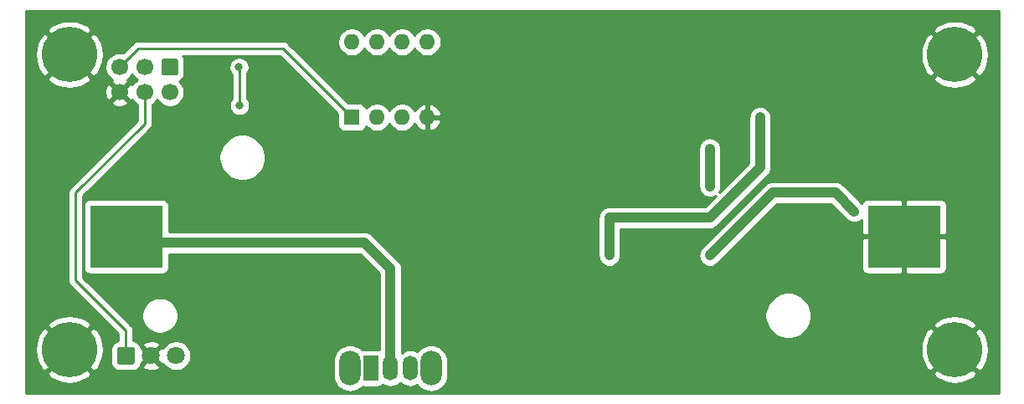
<source format=gbr>
%TF.GenerationSoftware,KiCad,Pcbnew,(5.1.7)-1*%
%TF.CreationDate,2020-11-19T15:51:39+01:00*%
%TF.ProjectId,Notifier,4e6f7469-6669-4657-922e-6b696361645f,rev?*%
%TF.SameCoordinates,Original*%
%TF.FileFunction,Copper,L2,Bot*%
%TF.FilePolarity,Positive*%
%FSLAX46Y46*%
G04 Gerber Fmt 4.6, Leading zero omitted, Abs format (unit mm)*
G04 Created by KiCad (PCBNEW (5.1.7)-1) date 2020-11-19 15:51:39*
%MOMM*%
%LPD*%
G01*
G04 APERTURE LIST*
%TA.AperFunction,ComponentPad*%
%ADD10C,5.600000*%
%TD*%
%TA.AperFunction,SMDPad,CuDef*%
%ADD11R,7.340000X6.350000*%
%TD*%
%TA.AperFunction,ComponentPad*%
%ADD12C,1.800000*%
%TD*%
%TA.AperFunction,ComponentPad*%
%ADD13O,2.200000X3.500000*%
%TD*%
%TA.AperFunction,ComponentPad*%
%ADD14O,1.500000X2.500000*%
%TD*%
%TA.AperFunction,ComponentPad*%
%ADD15R,1.500000X2.500000*%
%TD*%
%TA.AperFunction,ComponentPad*%
%ADD16O,1.600000X1.600000*%
%TD*%
%TA.AperFunction,ComponentPad*%
%ADD17R,1.600000X1.600000*%
%TD*%
%TA.AperFunction,ComponentPad*%
%ADD18C,1.700000*%
%TD*%
%TA.AperFunction,ViaPad*%
%ADD19C,0.800000*%
%TD*%
%TA.AperFunction,Conductor*%
%ADD20C,0.250000*%
%TD*%
%TA.AperFunction,Conductor*%
%ADD21C,1.000000*%
%TD*%
%TA.AperFunction,Conductor*%
%ADD22C,0.254000*%
%TD*%
%TA.AperFunction,Conductor*%
%ADD23C,0.100000*%
%TD*%
G04 APERTURE END LIST*
D10*
%TO.P,H4,1*%
%TO.N,GND*%
X120015000Y-160020000D03*
%TD*%
%TO.P,H3,1*%
%TO.N,GND*%
X120015000Y-130175000D03*
%TD*%
%TO.P,H2,1*%
%TO.N,GND*%
X30480000Y-130175000D03*
%TD*%
%TO.P,H1,1*%
%TO.N,GND*%
X30480000Y-160020000D03*
%TD*%
D11*
%TO.P,J1,2*%
%TO.N,GND*%
X114895000Y-148590000D03*
%TO.P,J1,1*%
%TO.N,Net-(J1-Pad1)*%
X36235000Y-148590000D03*
%TD*%
D12*
%TO.P,U2,3*%
%TO.N,VCC*%
X41275000Y-160655000D03*
%TO.P,U2,2*%
%TO.N,GND*%
X38735000Y-160655000D03*
%TO.P,U2,1*%
%TO.N,/IR_out*%
%TA.AperFunction,ComponentPad*%
G36*
G01*
X35295000Y-161306600D02*
X35295000Y-160003400D01*
G75*
G02*
X35543400Y-159755000I248400J0D01*
G01*
X36846600Y-159755000D01*
G75*
G02*
X37095000Y-160003400I0J-248400D01*
G01*
X37095000Y-161306600D01*
G75*
G02*
X36846600Y-161555000I-248400J0D01*
G01*
X35543400Y-161555000D01*
G75*
G02*
X35295000Y-161306600I0J248400D01*
G01*
G37*
%TD.AperFunction*%
%TD*%
D13*
%TO.P,ON/OFF,*%
%TO.N,*%
X67060000Y-161925000D03*
X58860000Y-161925000D03*
D14*
%TO.P,ON/OFF,3*%
%TO.N,VCC*%
X64960000Y-161925000D03*
%TO.P,ON/OFF,2*%
%TO.N,Net-(J1-Pad1)*%
X62960000Y-161925000D03*
D15*
%TO.P,ON/OFF,1*%
%TO.N,Net-(ON/OFF1-Pad1)*%
X60960000Y-161925000D03*
%TD*%
D16*
%TO.P,U1,8*%
%TO.N,VCC*%
X59055000Y-128905000D03*
%TO.P,U1,4*%
%TO.N,GND*%
X66675000Y-136525000D03*
%TO.P,U1,7*%
%TO.N,/LED_red*%
X61595000Y-128905000D03*
%TO.P,U1,3*%
%TO.N,/LED_blue*%
X64135000Y-136525000D03*
%TO.P,U1,6*%
%TO.N,/IR_out*%
X64135000Y-128905000D03*
%TO.P,U1,2*%
%TO.N,/LED_green*%
X61595000Y-136525000D03*
%TO.P,U1,5*%
%TO.N,/MOSI*%
X66675000Y-128905000D03*
D17*
%TO.P,U1,1*%
%TO.N,/!RST*%
X59055000Y-136525000D03*
%TD*%
%TO.P,J2,1*%
%TO.N,/MOSI*%
%TA.AperFunction,ComponentPad*%
G36*
G01*
X40040000Y-130595000D02*
X41240000Y-130595000D01*
G75*
G02*
X41490000Y-130845000I0J-250000D01*
G01*
X41490000Y-132045000D01*
G75*
G02*
X41240000Y-132295000I-250000J0D01*
G01*
X40040000Y-132295000D01*
G75*
G02*
X39790000Y-132045000I0J250000D01*
G01*
X39790000Y-130845000D01*
G75*
G02*
X40040000Y-130595000I250000J0D01*
G01*
G37*
%TD.AperFunction*%
D18*
%TO.P,J2,3*%
%TO.N,/LED_red*%
X38100000Y-131445000D03*
%TO.P,J2,5*%
%TO.N,/!RST*%
X35560000Y-131445000D03*
%TO.P,J2,2*%
%TO.N,VCC*%
X40640000Y-133985000D03*
%TO.P,J2,4*%
%TO.N,/IR_out*%
X38100000Y-133985000D03*
%TO.P,J2,6*%
%TO.N,GND*%
X35560000Y-133985000D03*
%TD*%
D19*
%TO.N,GND*%
X66675000Y-139700000D03*
X67945000Y-139700000D03*
X67945000Y-140970000D03*
X66675000Y-140970000D03*
X52070000Y-160655000D03*
X53340000Y-160655000D03*
X53340000Y-161925000D03*
X52070000Y-161925000D03*
X79375000Y-153035000D03*
X79375000Y-151765000D03*
X78105000Y-151765000D03*
X78105000Y-153035000D03*
X113030000Y-160020000D03*
X113030000Y-161290000D03*
X114300000Y-161290000D03*
X114300000Y-160020000D03*
X82550000Y-135890000D03*
X83820000Y-135890000D03*
X83820000Y-137160000D03*
X82550000Y-137160000D03*
X33655000Y-135890000D03*
X33655000Y-137160000D03*
X32385000Y-137160000D03*
X32385000Y-135890000D03*
%TO.N,/MOSI*%
X47700000Y-135330000D03*
X47625000Y-131445000D03*
%TO.N,Net-(D1-Pad6)*%
X95250000Y-139700000D03*
X95250000Y-143510000D03*
%TO.N,Net-(D1-Pad5)*%
X85090000Y-146685000D03*
X85090000Y-150495000D03*
X100330000Y-136525000D03*
%TO.N,Net-(D1-Pad4)*%
X109855000Y-146050000D03*
X107950000Y-144145000D03*
X95250000Y-150495000D03*
%TD*%
D20*
%TO.N,VCC*%
X41275000Y-161290000D02*
X41275000Y-160655000D01*
%TO.N,/IR_out*%
X38100000Y-137160000D02*
X31115000Y-144145000D01*
X38100000Y-133985000D02*
X38100000Y-137160000D01*
%TO.N,/!RST*%
X52070000Y-129540000D02*
X59055000Y-136525000D01*
X37465000Y-129540000D02*
X52070000Y-129540000D01*
X35560000Y-131445000D02*
X37465000Y-129540000D01*
%TO.N,/IR_out*%
X36195000Y-160655000D02*
X36195000Y-158115000D01*
X36195000Y-158115000D02*
X31115000Y-153035000D01*
X31115000Y-153035000D02*
X31115000Y-144145000D01*
%TO.N,/MOSI*%
X47700000Y-131520000D02*
X47625000Y-131445000D01*
X47700000Y-135330000D02*
X47700000Y-131520000D01*
D21*
%TO.N,Net-(D1-Pad6)*%
X95250000Y-139700000D02*
X95250000Y-143510000D01*
X95250000Y-143510000D02*
X95250000Y-143510000D01*
%TO.N,Net-(D1-Pad5)*%
X85090000Y-150495000D02*
X85090000Y-146685000D01*
X85090000Y-146685000D02*
X95250000Y-146685000D01*
X95250000Y-146685000D02*
X100330000Y-141605000D01*
X100330000Y-141605000D02*
X100330000Y-136525000D01*
X100330000Y-136525000D02*
X100330000Y-136525000D01*
%TO.N,Net-(D1-Pad4)*%
X107950000Y-144145000D02*
X109855000Y-146050000D01*
X101600000Y-144145000D02*
X107950000Y-144145000D01*
X95250000Y-150495000D02*
X101600000Y-144145000D01*
%TO.N,Net-(J1-Pad1)*%
X36235000Y-149225000D02*
X60325000Y-149225000D01*
X62960000Y-151860000D02*
X62960000Y-161925000D01*
X60325000Y-149225000D02*
X62960000Y-151860000D01*
%TD*%
D22*
%TO.N,GND*%
X124435001Y-164440000D02*
X26060000Y-164440000D01*
X26060000Y-162436481D01*
X28243124Y-162436481D01*
X28555308Y-162885177D01*
X29151259Y-163205612D01*
X29798273Y-163403626D01*
X30471484Y-163471610D01*
X31145023Y-163406949D01*
X31793006Y-163212130D01*
X32390530Y-162894639D01*
X32404692Y-162885177D01*
X32716876Y-162436481D01*
X30480000Y-160199605D01*
X28243124Y-162436481D01*
X26060000Y-162436481D01*
X26060000Y-160011484D01*
X27028390Y-160011484D01*
X27093051Y-160685023D01*
X27287870Y-161333006D01*
X27605361Y-161930530D01*
X27614823Y-161944692D01*
X28063519Y-162256876D01*
X30300395Y-160020000D01*
X30659605Y-160020000D01*
X32896481Y-162256876D01*
X33345177Y-161944692D01*
X33665612Y-161348741D01*
X33863626Y-160701727D01*
X33931610Y-160028516D01*
X33866949Y-159354977D01*
X33672130Y-158706994D01*
X33354639Y-158109470D01*
X33345177Y-158095308D01*
X32896481Y-157783124D01*
X30659605Y-160020000D01*
X30300395Y-160020000D01*
X28063519Y-157783124D01*
X27614823Y-158095308D01*
X27294388Y-158691259D01*
X27096374Y-159338273D01*
X27028390Y-160011484D01*
X26060000Y-160011484D01*
X26060000Y-157603519D01*
X28243124Y-157603519D01*
X30480000Y-159840395D01*
X32716876Y-157603519D01*
X32404692Y-157154823D01*
X31808741Y-156834388D01*
X31161727Y-156636374D01*
X30488516Y-156568390D01*
X29814977Y-156633051D01*
X29166994Y-156827870D01*
X28569470Y-157145361D01*
X28555308Y-157154823D01*
X28243124Y-157603519D01*
X26060000Y-157603519D01*
X26060000Y-144145000D01*
X30351324Y-144145000D01*
X30355001Y-144182332D01*
X30355000Y-152997678D01*
X30351324Y-153035000D01*
X30355000Y-153072322D01*
X30355000Y-153072332D01*
X30365997Y-153183985D01*
X30409454Y-153327246D01*
X30480026Y-153459276D01*
X30519871Y-153507826D01*
X30574999Y-153575001D01*
X30604003Y-153598804D01*
X35435001Y-158429803D01*
X35435001Y-159127604D01*
X35370458Y-159133961D01*
X35204162Y-159184407D01*
X35050903Y-159266325D01*
X34916570Y-159376570D01*
X34806325Y-159510903D01*
X34724407Y-159664162D01*
X34673961Y-159830458D01*
X34656928Y-160003400D01*
X34656928Y-161306600D01*
X34673961Y-161479542D01*
X34724407Y-161645838D01*
X34806325Y-161799097D01*
X34916570Y-161933430D01*
X35050903Y-162043675D01*
X35204162Y-162125593D01*
X35370458Y-162176039D01*
X35543400Y-162193072D01*
X36846600Y-162193072D01*
X37019542Y-162176039D01*
X37185838Y-162125593D01*
X37339097Y-162043675D01*
X37473430Y-161933430D01*
X37583675Y-161799097D01*
X37626444Y-161719080D01*
X37850525Y-161719080D01*
X37934208Y-161973261D01*
X38206775Y-162104158D01*
X38499642Y-162179365D01*
X38801553Y-162195991D01*
X39100907Y-162153397D01*
X39386199Y-162053222D01*
X39535792Y-161973261D01*
X39619475Y-161719080D01*
X38735000Y-160834605D01*
X37850525Y-161719080D01*
X37626444Y-161719080D01*
X37665593Y-161645838D01*
X37709588Y-161500807D01*
X38555395Y-160655000D01*
X38914605Y-160655000D01*
X39799080Y-161539475D01*
X39980049Y-161479895D01*
X40082688Y-161633505D01*
X40296495Y-161847312D01*
X40547905Y-162015299D01*
X40827257Y-162131011D01*
X41123816Y-162190000D01*
X41426184Y-162190000D01*
X41722743Y-162131011D01*
X42002095Y-162015299D01*
X42253505Y-161847312D01*
X42467312Y-161633505D01*
X42635299Y-161382095D01*
X42751011Y-161102743D01*
X42810000Y-160806184D01*
X42810000Y-160503816D01*
X42751011Y-160207257D01*
X42635299Y-159927905D01*
X42467312Y-159676495D01*
X42253505Y-159462688D01*
X42002095Y-159294701D01*
X41722743Y-159178989D01*
X41426184Y-159120000D01*
X41123816Y-159120000D01*
X40827257Y-159178989D01*
X40547905Y-159294701D01*
X40296495Y-159462688D01*
X40082688Y-159676495D01*
X39980049Y-159830105D01*
X39799080Y-159770525D01*
X38914605Y-160655000D01*
X38555395Y-160655000D01*
X37709588Y-159809193D01*
X37665593Y-159664162D01*
X37626445Y-159590920D01*
X37850525Y-159590920D01*
X38735000Y-160475395D01*
X39619475Y-159590920D01*
X39535792Y-159336739D01*
X39263225Y-159205842D01*
X38970358Y-159130635D01*
X38668447Y-159114009D01*
X38369093Y-159156603D01*
X38083801Y-159256778D01*
X37934208Y-159336739D01*
X37850525Y-159590920D01*
X37626445Y-159590920D01*
X37583675Y-159510903D01*
X37473430Y-159376570D01*
X37339097Y-159266325D01*
X37185838Y-159184407D01*
X37019542Y-159133961D01*
X36955000Y-159127604D01*
X36955000Y-158152323D01*
X36958676Y-158115000D01*
X36955000Y-158077677D01*
X36955000Y-158077667D01*
X36944003Y-157966014D01*
X36900546Y-157822753D01*
X36839144Y-157707879D01*
X36829974Y-157690723D01*
X36758799Y-157603997D01*
X36735001Y-157574999D01*
X36706003Y-157551201D01*
X35564563Y-156409761D01*
X37805000Y-156409761D01*
X37805000Y-156770239D01*
X37875325Y-157123791D01*
X38013275Y-157456830D01*
X38213546Y-157756557D01*
X38468443Y-158011454D01*
X38768170Y-158211725D01*
X39101209Y-158349675D01*
X39454761Y-158420000D01*
X39815239Y-158420000D01*
X40168791Y-158349675D01*
X40501830Y-158211725D01*
X40801557Y-158011454D01*
X41056454Y-157756557D01*
X41256725Y-157456830D01*
X41394675Y-157123791D01*
X41465000Y-156770239D01*
X41465000Y-156409761D01*
X41394675Y-156056209D01*
X41256725Y-155723170D01*
X41056454Y-155423443D01*
X40801557Y-155168546D01*
X40501830Y-154968275D01*
X40168791Y-154830325D01*
X39815239Y-154760000D01*
X39454761Y-154760000D01*
X39101209Y-154830325D01*
X38768170Y-154968275D01*
X38468443Y-155168546D01*
X38213546Y-155423443D01*
X38013275Y-155723170D01*
X37875325Y-156056209D01*
X37805000Y-156409761D01*
X35564563Y-156409761D01*
X31875000Y-152720199D01*
X31875000Y-145415000D01*
X31926928Y-145415000D01*
X31926928Y-151765000D01*
X31939188Y-151889482D01*
X31975498Y-152009180D01*
X32034463Y-152119494D01*
X32113815Y-152216185D01*
X32210506Y-152295537D01*
X32320820Y-152354502D01*
X32440518Y-152390812D01*
X32565000Y-152403072D01*
X39905000Y-152403072D01*
X40029482Y-152390812D01*
X40149180Y-152354502D01*
X40259494Y-152295537D01*
X40356185Y-152216185D01*
X40435537Y-152119494D01*
X40494502Y-152009180D01*
X40530812Y-151889482D01*
X40543072Y-151765000D01*
X40543072Y-150360000D01*
X59854869Y-150360000D01*
X61825000Y-152330132D01*
X61825001Y-160048254D01*
X61710000Y-160036928D01*
X60210000Y-160036928D01*
X60097504Y-160048008D01*
X60092766Y-160042234D01*
X59828577Y-159825421D01*
X59527167Y-159664314D01*
X59200118Y-159565105D01*
X58860000Y-159531606D01*
X58519881Y-159565105D01*
X58192832Y-159664314D01*
X57891422Y-159825421D01*
X57627234Y-160042234D01*
X57410421Y-160306423D01*
X57249314Y-160607833D01*
X57150105Y-160934882D01*
X57125000Y-161189776D01*
X57125000Y-162660225D01*
X57150105Y-162915119D01*
X57249315Y-163242168D01*
X57410422Y-163543578D01*
X57627235Y-163807766D01*
X57891423Y-164024579D01*
X58192833Y-164185686D01*
X58519882Y-164284895D01*
X58860000Y-164318394D01*
X59200119Y-164284895D01*
X59527168Y-164185686D01*
X59828578Y-164024579D01*
X60092766Y-163807766D01*
X60097504Y-163801992D01*
X60210000Y-163813072D01*
X61710000Y-163813072D01*
X61834482Y-163800812D01*
X61954180Y-163764502D01*
X62064494Y-163705537D01*
X62161185Y-163626185D01*
X62194115Y-163586060D01*
X62427420Y-163710764D01*
X62688494Y-163789960D01*
X62960000Y-163816701D01*
X63231507Y-163789960D01*
X63492581Y-163710764D01*
X63733188Y-163582157D01*
X63944081Y-163409081D01*
X63960000Y-163389683D01*
X63975920Y-163409081D01*
X64186813Y-163582157D01*
X64427420Y-163710764D01*
X64688494Y-163789960D01*
X64960000Y-163816701D01*
X65231507Y-163789960D01*
X65492581Y-163710764D01*
X65669862Y-163616006D01*
X65827235Y-163807766D01*
X66091423Y-164024579D01*
X66392833Y-164185686D01*
X66719882Y-164284895D01*
X67060000Y-164318394D01*
X67400119Y-164284895D01*
X67727168Y-164185686D01*
X68028578Y-164024579D01*
X68292766Y-163807766D01*
X68509579Y-163543578D01*
X68670686Y-163242168D01*
X68769895Y-162915119D01*
X68795000Y-162660225D01*
X68795000Y-162436481D01*
X117778124Y-162436481D01*
X118090308Y-162885177D01*
X118686259Y-163205612D01*
X119333273Y-163403626D01*
X120006484Y-163471610D01*
X120680023Y-163406949D01*
X121328006Y-163212130D01*
X121925530Y-162894639D01*
X121939692Y-162885177D01*
X122251876Y-162436481D01*
X120015000Y-160199605D01*
X117778124Y-162436481D01*
X68795000Y-162436481D01*
X68795000Y-161189775D01*
X68769895Y-160934881D01*
X68670686Y-160607832D01*
X68509579Y-160306422D01*
X68292766Y-160042234D01*
X68255297Y-160011484D01*
X116563390Y-160011484D01*
X116628051Y-160685023D01*
X116822870Y-161333006D01*
X117140361Y-161930530D01*
X117149823Y-161944692D01*
X117598519Y-162256876D01*
X119835395Y-160020000D01*
X120194605Y-160020000D01*
X122431481Y-162256876D01*
X122880177Y-161944692D01*
X123200612Y-161348741D01*
X123398626Y-160701727D01*
X123466610Y-160028516D01*
X123401949Y-159354977D01*
X123207130Y-158706994D01*
X122889639Y-158109470D01*
X122880177Y-158095308D01*
X122431481Y-157783124D01*
X120194605Y-160020000D01*
X119835395Y-160020000D01*
X117598519Y-157783124D01*
X117149823Y-158095308D01*
X116829388Y-158691259D01*
X116631374Y-159338273D01*
X116563390Y-160011484D01*
X68255297Y-160011484D01*
X68028577Y-159825421D01*
X67727167Y-159664314D01*
X67400118Y-159565105D01*
X67060000Y-159531606D01*
X66719881Y-159565105D01*
X66392832Y-159664314D01*
X66091422Y-159825421D01*
X65827234Y-160042234D01*
X65669861Y-160233995D01*
X65492580Y-160139236D01*
X65231506Y-160060040D01*
X64960000Y-160033299D01*
X64688493Y-160060040D01*
X64427419Y-160139236D01*
X64186812Y-160267843D01*
X64095000Y-160343192D01*
X64095000Y-156357560D01*
X100805000Y-156357560D01*
X100805000Y-156822440D01*
X100895694Y-157278387D01*
X101073595Y-157707879D01*
X101331868Y-158094412D01*
X101660588Y-158423132D01*
X102047121Y-158681405D01*
X102476613Y-158859306D01*
X102932560Y-158950000D01*
X103397440Y-158950000D01*
X103853387Y-158859306D01*
X104282879Y-158681405D01*
X104669412Y-158423132D01*
X104998132Y-158094412D01*
X105256405Y-157707879D01*
X105299632Y-157603519D01*
X117778124Y-157603519D01*
X120015000Y-159840395D01*
X122251876Y-157603519D01*
X121939692Y-157154823D01*
X121343741Y-156834388D01*
X120696727Y-156636374D01*
X120023516Y-156568390D01*
X119349977Y-156633051D01*
X118701994Y-156827870D01*
X118104470Y-157145361D01*
X118090308Y-157154823D01*
X117778124Y-157603519D01*
X105299632Y-157603519D01*
X105434306Y-157278387D01*
X105525000Y-156822440D01*
X105525000Y-156357560D01*
X105434306Y-155901613D01*
X105256405Y-155472121D01*
X104998132Y-155085588D01*
X104669412Y-154756868D01*
X104282879Y-154498595D01*
X103853387Y-154320694D01*
X103397440Y-154230000D01*
X102932560Y-154230000D01*
X102476613Y-154320694D01*
X102047121Y-154498595D01*
X101660588Y-154756868D01*
X101331868Y-155085588D01*
X101073595Y-155472121D01*
X100895694Y-155901613D01*
X100805000Y-156357560D01*
X64095000Y-156357560D01*
X64095000Y-151915752D01*
X64100491Y-151860000D01*
X64091135Y-151765000D01*
X110586928Y-151765000D01*
X110599188Y-151889482D01*
X110635498Y-152009180D01*
X110694463Y-152119494D01*
X110773815Y-152216185D01*
X110870506Y-152295537D01*
X110980820Y-152354502D01*
X111100518Y-152390812D01*
X111225000Y-152403072D01*
X114609250Y-152400000D01*
X114768000Y-152241250D01*
X114768000Y-148717000D01*
X115022000Y-148717000D01*
X115022000Y-152241250D01*
X115180750Y-152400000D01*
X118565000Y-152403072D01*
X118689482Y-152390812D01*
X118809180Y-152354502D01*
X118919494Y-152295537D01*
X119016185Y-152216185D01*
X119095537Y-152119494D01*
X119154502Y-152009180D01*
X119190812Y-151889482D01*
X119203072Y-151765000D01*
X119200000Y-148875750D01*
X119041250Y-148717000D01*
X115022000Y-148717000D01*
X114768000Y-148717000D01*
X110748750Y-148717000D01*
X110590000Y-148875750D01*
X110586928Y-151765000D01*
X64091135Y-151765000D01*
X64078577Y-151637501D01*
X64013676Y-151423553D01*
X63908284Y-151226377D01*
X63766449Y-151053551D01*
X63723141Y-151018009D01*
X61166996Y-148461865D01*
X61131449Y-148418551D01*
X60958623Y-148276716D01*
X60761447Y-148171324D01*
X60547499Y-148106423D01*
X60380752Y-148090000D01*
X60380751Y-148090000D01*
X60325000Y-148084509D01*
X60269249Y-148090000D01*
X40543072Y-148090000D01*
X40543072Y-146685000D01*
X83949509Y-146685000D01*
X83955001Y-146740762D01*
X83955000Y-150550751D01*
X83971423Y-150717498D01*
X84036324Y-150931446D01*
X84141716Y-151128623D01*
X84283551Y-151301449D01*
X84456377Y-151443284D01*
X84653553Y-151548676D01*
X84867501Y-151613577D01*
X85090000Y-151635491D01*
X85312498Y-151613577D01*
X85526446Y-151548676D01*
X85723623Y-151443284D01*
X85896449Y-151301449D01*
X86038284Y-151128623D01*
X86143676Y-150931447D01*
X86208577Y-150717499D01*
X86225000Y-150550752D01*
X86225000Y-150495000D01*
X94109509Y-150495000D01*
X94131423Y-150717498D01*
X94196324Y-150931446D01*
X94301717Y-151128622D01*
X94443552Y-151301448D01*
X94616378Y-151443283D01*
X94813554Y-151548676D01*
X95027502Y-151613577D01*
X95250000Y-151635491D01*
X95472498Y-151613577D01*
X95686446Y-151548676D01*
X95883622Y-151443283D01*
X96013143Y-151336988D01*
X102070132Y-145280000D01*
X107479869Y-145280000D01*
X109091856Y-146891988D01*
X109221377Y-146998284D01*
X109418553Y-147103676D01*
X109632501Y-147168577D01*
X109855000Y-147190491D01*
X110077499Y-147168577D01*
X110291446Y-147103676D01*
X110488622Y-146998284D01*
X110588524Y-146916297D01*
X110590000Y-148304250D01*
X110748750Y-148463000D01*
X114768000Y-148463000D01*
X114768000Y-144938750D01*
X115022000Y-144938750D01*
X115022000Y-148463000D01*
X119041250Y-148463000D01*
X119200000Y-148304250D01*
X119203072Y-145415000D01*
X119190812Y-145290518D01*
X119154502Y-145170820D01*
X119095537Y-145060506D01*
X119016185Y-144963815D01*
X118919494Y-144884463D01*
X118809180Y-144825498D01*
X118689482Y-144789188D01*
X118565000Y-144776928D01*
X115180750Y-144780000D01*
X115022000Y-144938750D01*
X114768000Y-144938750D01*
X114609250Y-144780000D01*
X111225000Y-144776928D01*
X111100518Y-144789188D01*
X110980820Y-144825498D01*
X110870506Y-144884463D01*
X110773815Y-144963815D01*
X110694463Y-145060506D01*
X110635498Y-145170820D01*
X110622803Y-145212671D01*
X108791996Y-143381865D01*
X108756449Y-143338551D01*
X108583623Y-143196716D01*
X108386447Y-143091324D01*
X108172499Y-143026423D01*
X108005752Y-143010000D01*
X108005751Y-143010000D01*
X107950000Y-143004509D01*
X107894249Y-143010000D01*
X101655751Y-143010000D01*
X101599999Y-143004509D01*
X101377500Y-143026423D01*
X101327705Y-143041529D01*
X101163553Y-143091324D01*
X100966377Y-143196716D01*
X100793551Y-143338551D01*
X100758009Y-143381859D01*
X94408012Y-149731857D01*
X94301717Y-149861378D01*
X94196324Y-150058554D01*
X94131423Y-150272502D01*
X94109509Y-150495000D01*
X86225000Y-150495000D01*
X86225000Y-147820000D01*
X95194249Y-147820000D01*
X95250000Y-147825491D01*
X95305751Y-147820000D01*
X95305752Y-147820000D01*
X95472499Y-147803577D01*
X95686447Y-147738676D01*
X95883623Y-147633284D01*
X96056449Y-147491449D01*
X96091996Y-147448135D01*
X101093141Y-142446991D01*
X101136449Y-142411449D01*
X101278284Y-142238623D01*
X101383676Y-142041447D01*
X101448577Y-141827499D01*
X101465000Y-141660752D01*
X101465000Y-141660751D01*
X101470491Y-141605000D01*
X101465000Y-141549249D01*
X101465000Y-136580752D01*
X101470491Y-136525000D01*
X101448577Y-136302501D01*
X101383676Y-136088553D01*
X101278284Y-135891377D01*
X101136449Y-135718551D01*
X100963623Y-135576716D01*
X100766447Y-135471324D01*
X100552499Y-135406423D01*
X100385752Y-135390000D01*
X100330000Y-135384509D01*
X100274249Y-135390000D01*
X100274248Y-135390000D01*
X100107501Y-135406423D01*
X99893553Y-135471324D01*
X99696377Y-135576716D01*
X99523551Y-135718551D01*
X99381716Y-135891377D01*
X99276324Y-136088553D01*
X99211423Y-136302501D01*
X99189509Y-136525000D01*
X99195001Y-136580762D01*
X99195000Y-141134868D01*
X96212107Y-144117761D01*
X96303676Y-143946447D01*
X96368577Y-143732499D01*
X96385000Y-143565752D01*
X96390491Y-143510000D01*
X96385000Y-143454248D01*
X96385000Y-139644248D01*
X96368577Y-139477501D01*
X96303676Y-139263553D01*
X96198284Y-139066377D01*
X96056449Y-138893551D01*
X95883623Y-138751716D01*
X95686446Y-138646324D01*
X95472498Y-138581423D01*
X95250000Y-138559509D01*
X95027501Y-138581423D01*
X94813553Y-138646324D01*
X94616377Y-138751716D01*
X94443551Y-138893551D01*
X94301716Y-139066377D01*
X94196324Y-139263554D01*
X94131423Y-139477502D01*
X94115000Y-139644249D01*
X94115001Y-143454238D01*
X94109509Y-143510000D01*
X94131423Y-143732499D01*
X94196324Y-143946447D01*
X94301716Y-144143623D01*
X94443551Y-144316449D01*
X94616377Y-144458284D01*
X94813553Y-144563676D01*
X95027501Y-144628577D01*
X95194248Y-144645000D01*
X95194249Y-144645000D01*
X95250000Y-144650491D01*
X95472499Y-144628577D01*
X95686447Y-144563676D01*
X95857762Y-144472107D01*
X94779869Y-145550000D01*
X85145752Y-145550000D01*
X85090000Y-145544509D01*
X85034249Y-145550000D01*
X85034248Y-145550000D01*
X84867501Y-145566423D01*
X84653553Y-145631324D01*
X84456377Y-145736716D01*
X84283551Y-145878551D01*
X84141716Y-146051377D01*
X84036324Y-146248553D01*
X83971423Y-146462501D01*
X83949509Y-146685000D01*
X40543072Y-146685000D01*
X40543072Y-145415000D01*
X40530812Y-145290518D01*
X40494502Y-145170820D01*
X40435537Y-145060506D01*
X40356185Y-144963815D01*
X40259494Y-144884463D01*
X40149180Y-144825498D01*
X40029482Y-144789188D01*
X39905000Y-144776928D01*
X32565000Y-144776928D01*
X32440518Y-144789188D01*
X32320820Y-144825498D01*
X32210506Y-144884463D01*
X32113815Y-144963815D01*
X32034463Y-145060506D01*
X31975498Y-145170820D01*
X31939188Y-145290518D01*
X31926928Y-145415000D01*
X31875000Y-145415000D01*
X31875000Y-144459801D01*
X35977241Y-140357560D01*
X45605000Y-140357560D01*
X45605000Y-140822440D01*
X45695694Y-141278387D01*
X45873595Y-141707879D01*
X46131868Y-142094412D01*
X46460588Y-142423132D01*
X46847121Y-142681405D01*
X47276613Y-142859306D01*
X47732560Y-142950000D01*
X48197440Y-142950000D01*
X48653387Y-142859306D01*
X49082879Y-142681405D01*
X49469412Y-142423132D01*
X49798132Y-142094412D01*
X50056405Y-141707879D01*
X50234306Y-141278387D01*
X50325000Y-140822440D01*
X50325000Y-140357560D01*
X50234306Y-139901613D01*
X50056405Y-139472121D01*
X49798132Y-139085588D01*
X49469412Y-138756868D01*
X49082879Y-138498595D01*
X48653387Y-138320694D01*
X48197440Y-138230000D01*
X47732560Y-138230000D01*
X47276613Y-138320694D01*
X46847121Y-138498595D01*
X46460588Y-138756868D01*
X46131868Y-139085588D01*
X45873595Y-139472121D01*
X45695694Y-139901613D01*
X45605000Y-140357560D01*
X35977241Y-140357560D01*
X38611003Y-137723799D01*
X38640001Y-137700001D01*
X38734974Y-137584276D01*
X38805546Y-137452247D01*
X38849003Y-137308986D01*
X38860000Y-137197333D01*
X38860000Y-137197325D01*
X38863676Y-137160000D01*
X38860000Y-137122675D01*
X38860000Y-135263178D01*
X39046632Y-135138475D01*
X39253475Y-134931632D01*
X39370000Y-134757240D01*
X39486525Y-134931632D01*
X39693368Y-135138475D01*
X39936589Y-135300990D01*
X40206842Y-135412932D01*
X40493740Y-135470000D01*
X40786260Y-135470000D01*
X41073158Y-135412932D01*
X41343411Y-135300990D01*
X41586632Y-135138475D01*
X41793475Y-134931632D01*
X41955990Y-134688411D01*
X42067932Y-134418158D01*
X42125000Y-134131260D01*
X42125000Y-133838740D01*
X42067932Y-133551842D01*
X41955990Y-133281589D01*
X41793475Y-133038368D01*
X41606392Y-132851285D01*
X41733386Y-132783405D01*
X41867962Y-132672962D01*
X41978405Y-132538386D01*
X42060472Y-132384850D01*
X42111008Y-132218254D01*
X42128072Y-132045000D01*
X42128072Y-131343061D01*
X46590000Y-131343061D01*
X46590000Y-131546939D01*
X46629774Y-131746898D01*
X46707795Y-131935256D01*
X46821063Y-132104774D01*
X46940001Y-132223712D01*
X46940000Y-134626289D01*
X46896063Y-134670226D01*
X46782795Y-134839744D01*
X46704774Y-135028102D01*
X46665000Y-135228061D01*
X46665000Y-135431939D01*
X46704774Y-135631898D01*
X46782795Y-135820256D01*
X46896063Y-135989774D01*
X47040226Y-136133937D01*
X47209744Y-136247205D01*
X47398102Y-136325226D01*
X47598061Y-136365000D01*
X47801939Y-136365000D01*
X48001898Y-136325226D01*
X48190256Y-136247205D01*
X48359774Y-136133937D01*
X48503937Y-135989774D01*
X48617205Y-135820256D01*
X48695226Y-135631898D01*
X48735000Y-135431939D01*
X48735000Y-135228061D01*
X48695226Y-135028102D01*
X48617205Y-134839744D01*
X48503937Y-134670226D01*
X48460000Y-134626289D01*
X48460000Y-132058285D01*
X48542205Y-131935256D01*
X48620226Y-131746898D01*
X48660000Y-131546939D01*
X48660000Y-131343061D01*
X48620226Y-131143102D01*
X48542205Y-130954744D01*
X48428937Y-130785226D01*
X48284774Y-130641063D01*
X48115256Y-130527795D01*
X47926898Y-130449774D01*
X47726939Y-130410000D01*
X47523061Y-130410000D01*
X47323102Y-130449774D01*
X47134744Y-130527795D01*
X46965226Y-130641063D01*
X46821063Y-130785226D01*
X46707795Y-130954744D01*
X46629774Y-131143102D01*
X46590000Y-131343061D01*
X42128072Y-131343061D01*
X42128072Y-130845000D01*
X42111008Y-130671746D01*
X42060472Y-130505150D01*
X41978405Y-130351614D01*
X41936047Y-130300000D01*
X51755199Y-130300000D01*
X57616928Y-136161730D01*
X57616928Y-137325000D01*
X57629188Y-137449482D01*
X57665498Y-137569180D01*
X57724463Y-137679494D01*
X57803815Y-137776185D01*
X57900506Y-137855537D01*
X58010820Y-137914502D01*
X58130518Y-137950812D01*
X58255000Y-137963072D01*
X59855000Y-137963072D01*
X59979482Y-137950812D01*
X60099180Y-137914502D01*
X60209494Y-137855537D01*
X60306185Y-137776185D01*
X60385537Y-137679494D01*
X60444502Y-137569180D01*
X60480812Y-137449482D01*
X60481643Y-137441039D01*
X60680241Y-137639637D01*
X60915273Y-137796680D01*
X61176426Y-137904853D01*
X61453665Y-137960000D01*
X61736335Y-137960000D01*
X62013574Y-137904853D01*
X62274727Y-137796680D01*
X62509759Y-137639637D01*
X62709637Y-137439759D01*
X62865000Y-137207241D01*
X63020363Y-137439759D01*
X63220241Y-137639637D01*
X63455273Y-137796680D01*
X63716426Y-137904853D01*
X63993665Y-137960000D01*
X64276335Y-137960000D01*
X64553574Y-137904853D01*
X64814727Y-137796680D01*
X65049759Y-137639637D01*
X65249637Y-137439759D01*
X65406680Y-137204727D01*
X65411067Y-137194135D01*
X65522615Y-137380131D01*
X65711586Y-137588519D01*
X65937580Y-137756037D01*
X66191913Y-137876246D01*
X66325961Y-137916904D01*
X66548000Y-137794915D01*
X66548000Y-136652000D01*
X66802000Y-136652000D01*
X66802000Y-137794915D01*
X67024039Y-137916904D01*
X67158087Y-137876246D01*
X67412420Y-137756037D01*
X67638414Y-137588519D01*
X67827385Y-137380131D01*
X67972070Y-137138881D01*
X68066909Y-136874040D01*
X67945624Y-136652000D01*
X66802000Y-136652000D01*
X66548000Y-136652000D01*
X66528000Y-136652000D01*
X66528000Y-136398000D01*
X66548000Y-136398000D01*
X66548000Y-135255085D01*
X66802000Y-135255085D01*
X66802000Y-136398000D01*
X67945624Y-136398000D01*
X68066909Y-136175960D01*
X67972070Y-135911119D01*
X67827385Y-135669869D01*
X67638414Y-135461481D01*
X67412420Y-135293963D01*
X67158087Y-135173754D01*
X67024039Y-135133096D01*
X66802000Y-135255085D01*
X66548000Y-135255085D01*
X66325961Y-135133096D01*
X66191913Y-135173754D01*
X65937580Y-135293963D01*
X65711586Y-135461481D01*
X65522615Y-135669869D01*
X65411067Y-135855865D01*
X65406680Y-135845273D01*
X65249637Y-135610241D01*
X65049759Y-135410363D01*
X64814727Y-135253320D01*
X64553574Y-135145147D01*
X64276335Y-135090000D01*
X63993665Y-135090000D01*
X63716426Y-135145147D01*
X63455273Y-135253320D01*
X63220241Y-135410363D01*
X63020363Y-135610241D01*
X62865000Y-135842759D01*
X62709637Y-135610241D01*
X62509759Y-135410363D01*
X62274727Y-135253320D01*
X62013574Y-135145147D01*
X61736335Y-135090000D01*
X61453665Y-135090000D01*
X61176426Y-135145147D01*
X60915273Y-135253320D01*
X60680241Y-135410363D01*
X60481643Y-135608961D01*
X60480812Y-135600518D01*
X60444502Y-135480820D01*
X60385537Y-135370506D01*
X60306185Y-135273815D01*
X60209494Y-135194463D01*
X60099180Y-135135498D01*
X59979482Y-135099188D01*
X59855000Y-135086928D01*
X58691730Y-135086928D01*
X56196283Y-132591481D01*
X117778124Y-132591481D01*
X118090308Y-133040177D01*
X118686259Y-133360612D01*
X119333273Y-133558626D01*
X120006484Y-133626610D01*
X120680023Y-133561949D01*
X121328006Y-133367130D01*
X121925530Y-133049639D01*
X121939692Y-133040177D01*
X122251876Y-132591481D01*
X120015000Y-130354605D01*
X117778124Y-132591481D01*
X56196283Y-132591481D01*
X52633804Y-129029003D01*
X52610001Y-128999999D01*
X52494276Y-128905026D01*
X52362247Y-128834454D01*
X52218986Y-128790997D01*
X52107333Y-128780000D01*
X52107322Y-128780000D01*
X52070000Y-128776324D01*
X52032678Y-128780000D01*
X37502323Y-128780000D01*
X37465000Y-128776324D01*
X37427677Y-128780000D01*
X37427667Y-128780000D01*
X37316014Y-128790997D01*
X37172753Y-128834454D01*
X37040724Y-128905026D01*
X36924999Y-128999999D01*
X36901201Y-129028997D01*
X35926408Y-130003791D01*
X35706260Y-129960000D01*
X35413740Y-129960000D01*
X35126842Y-130017068D01*
X34856589Y-130129010D01*
X34613368Y-130291525D01*
X34406525Y-130498368D01*
X34244010Y-130741589D01*
X34132068Y-131011842D01*
X34075000Y-131298740D01*
X34075000Y-131591260D01*
X34132068Y-131878158D01*
X34244010Y-132148411D01*
X34406525Y-132391632D01*
X34613368Y-132598475D01*
X34786729Y-132714311D01*
X34711208Y-132956603D01*
X35560000Y-133805395D01*
X36408792Y-132956603D01*
X36333271Y-132714311D01*
X36506632Y-132598475D01*
X36713475Y-132391632D01*
X36830000Y-132217240D01*
X36946525Y-132391632D01*
X37153368Y-132598475D01*
X37327760Y-132715000D01*
X37153368Y-132831525D01*
X36946525Y-133038368D01*
X36830689Y-133211729D01*
X36588397Y-133136208D01*
X35739605Y-133985000D01*
X36588397Y-134833792D01*
X36830689Y-134758271D01*
X36946525Y-134931632D01*
X37153368Y-135138475D01*
X37340000Y-135263179D01*
X37340001Y-136845197D01*
X30603998Y-143581201D01*
X30575000Y-143604999D01*
X30551202Y-143633997D01*
X30551201Y-143633998D01*
X30480026Y-143720724D01*
X30409454Y-143852754D01*
X30365998Y-143996015D01*
X30351324Y-144145000D01*
X26060000Y-144145000D01*
X26060000Y-135013397D01*
X34711208Y-135013397D01*
X34788843Y-135262472D01*
X35052883Y-135388371D01*
X35336411Y-135460339D01*
X35628531Y-135475611D01*
X35918019Y-135433599D01*
X36193747Y-135335919D01*
X36331157Y-135262472D01*
X36408792Y-135013397D01*
X35560000Y-134164605D01*
X34711208Y-135013397D01*
X26060000Y-135013397D01*
X26060000Y-134053531D01*
X34069389Y-134053531D01*
X34111401Y-134343019D01*
X34209081Y-134618747D01*
X34282528Y-134756157D01*
X34531603Y-134833792D01*
X35380395Y-133985000D01*
X34531603Y-133136208D01*
X34282528Y-133213843D01*
X34156629Y-133477883D01*
X34084661Y-133761411D01*
X34069389Y-134053531D01*
X26060000Y-134053531D01*
X26060000Y-132591481D01*
X28243124Y-132591481D01*
X28555308Y-133040177D01*
X29151259Y-133360612D01*
X29798273Y-133558626D01*
X30471484Y-133626610D01*
X31145023Y-133561949D01*
X31793006Y-133367130D01*
X32390530Y-133049639D01*
X32404692Y-133040177D01*
X32716876Y-132591481D01*
X30480000Y-130354605D01*
X28243124Y-132591481D01*
X26060000Y-132591481D01*
X26060000Y-130166484D01*
X27028390Y-130166484D01*
X27093051Y-130840023D01*
X27287870Y-131488006D01*
X27605361Y-132085530D01*
X27614823Y-132099692D01*
X28063519Y-132411876D01*
X30300395Y-130175000D01*
X30659605Y-130175000D01*
X32896481Y-132411876D01*
X33345177Y-132099692D01*
X33665612Y-131503741D01*
X33863626Y-130856727D01*
X33931610Y-130183516D01*
X33866949Y-129509977D01*
X33672130Y-128861994D01*
X33619884Y-128763665D01*
X57620000Y-128763665D01*
X57620000Y-129046335D01*
X57675147Y-129323574D01*
X57783320Y-129584727D01*
X57940363Y-129819759D01*
X58140241Y-130019637D01*
X58375273Y-130176680D01*
X58636426Y-130284853D01*
X58913665Y-130340000D01*
X59196335Y-130340000D01*
X59473574Y-130284853D01*
X59734727Y-130176680D01*
X59969759Y-130019637D01*
X60169637Y-129819759D01*
X60325000Y-129587241D01*
X60480363Y-129819759D01*
X60680241Y-130019637D01*
X60915273Y-130176680D01*
X61176426Y-130284853D01*
X61453665Y-130340000D01*
X61736335Y-130340000D01*
X62013574Y-130284853D01*
X62274727Y-130176680D01*
X62509759Y-130019637D01*
X62709637Y-129819759D01*
X62865000Y-129587241D01*
X63020363Y-129819759D01*
X63220241Y-130019637D01*
X63455273Y-130176680D01*
X63716426Y-130284853D01*
X63993665Y-130340000D01*
X64276335Y-130340000D01*
X64553574Y-130284853D01*
X64814727Y-130176680D01*
X65049759Y-130019637D01*
X65249637Y-129819759D01*
X65405000Y-129587241D01*
X65560363Y-129819759D01*
X65760241Y-130019637D01*
X65995273Y-130176680D01*
X66256426Y-130284853D01*
X66533665Y-130340000D01*
X66816335Y-130340000D01*
X67093574Y-130284853D01*
X67354727Y-130176680D01*
X67369986Y-130166484D01*
X116563390Y-130166484D01*
X116628051Y-130840023D01*
X116822870Y-131488006D01*
X117140361Y-132085530D01*
X117149823Y-132099692D01*
X117598519Y-132411876D01*
X119835395Y-130175000D01*
X120194605Y-130175000D01*
X122431481Y-132411876D01*
X122880177Y-132099692D01*
X123200612Y-131503741D01*
X123398626Y-130856727D01*
X123466610Y-130183516D01*
X123401949Y-129509977D01*
X123207130Y-128861994D01*
X122889639Y-128264470D01*
X122880177Y-128250308D01*
X122431481Y-127938124D01*
X120194605Y-130175000D01*
X119835395Y-130175000D01*
X117598519Y-127938124D01*
X117149823Y-128250308D01*
X116829388Y-128846259D01*
X116631374Y-129493273D01*
X116563390Y-130166484D01*
X67369986Y-130166484D01*
X67589759Y-130019637D01*
X67789637Y-129819759D01*
X67946680Y-129584727D01*
X68054853Y-129323574D01*
X68110000Y-129046335D01*
X68110000Y-128763665D01*
X68054853Y-128486426D01*
X67946680Y-128225273D01*
X67789637Y-127990241D01*
X67589759Y-127790363D01*
X67542101Y-127758519D01*
X117778124Y-127758519D01*
X120015000Y-129995395D01*
X122251876Y-127758519D01*
X121939692Y-127309823D01*
X121343741Y-126989388D01*
X120696727Y-126791374D01*
X120023516Y-126723390D01*
X119349977Y-126788051D01*
X118701994Y-126982870D01*
X118104470Y-127300361D01*
X118090308Y-127309823D01*
X117778124Y-127758519D01*
X67542101Y-127758519D01*
X67354727Y-127633320D01*
X67093574Y-127525147D01*
X66816335Y-127470000D01*
X66533665Y-127470000D01*
X66256426Y-127525147D01*
X65995273Y-127633320D01*
X65760241Y-127790363D01*
X65560363Y-127990241D01*
X65405000Y-128222759D01*
X65249637Y-127990241D01*
X65049759Y-127790363D01*
X64814727Y-127633320D01*
X64553574Y-127525147D01*
X64276335Y-127470000D01*
X63993665Y-127470000D01*
X63716426Y-127525147D01*
X63455273Y-127633320D01*
X63220241Y-127790363D01*
X63020363Y-127990241D01*
X62865000Y-128222759D01*
X62709637Y-127990241D01*
X62509759Y-127790363D01*
X62274727Y-127633320D01*
X62013574Y-127525147D01*
X61736335Y-127470000D01*
X61453665Y-127470000D01*
X61176426Y-127525147D01*
X60915273Y-127633320D01*
X60680241Y-127790363D01*
X60480363Y-127990241D01*
X60325000Y-128222759D01*
X60169637Y-127990241D01*
X59969759Y-127790363D01*
X59734727Y-127633320D01*
X59473574Y-127525147D01*
X59196335Y-127470000D01*
X58913665Y-127470000D01*
X58636426Y-127525147D01*
X58375273Y-127633320D01*
X58140241Y-127790363D01*
X57940363Y-127990241D01*
X57783320Y-128225273D01*
X57675147Y-128486426D01*
X57620000Y-128763665D01*
X33619884Y-128763665D01*
X33354639Y-128264470D01*
X33345177Y-128250308D01*
X32896481Y-127938124D01*
X30659605Y-130175000D01*
X30300395Y-130175000D01*
X28063519Y-127938124D01*
X27614823Y-128250308D01*
X27294388Y-128846259D01*
X27096374Y-129493273D01*
X27028390Y-130166484D01*
X26060000Y-130166484D01*
X26060000Y-127758519D01*
X28243124Y-127758519D01*
X30480000Y-129995395D01*
X32716876Y-127758519D01*
X32404692Y-127309823D01*
X31808741Y-126989388D01*
X31161727Y-126791374D01*
X30488516Y-126723390D01*
X29814977Y-126788051D01*
X29166994Y-126982870D01*
X28569470Y-127300361D01*
X28555308Y-127309823D01*
X28243124Y-127758519D01*
X26060000Y-127758519D01*
X26060000Y-125755000D01*
X124435000Y-125755000D01*
X124435001Y-164440000D01*
%TA.AperFunction,Conductor*%
D23*
G36*
X124435001Y-164440000D02*
G01*
X26060000Y-164440000D01*
X26060000Y-162436481D01*
X28243124Y-162436481D01*
X28555308Y-162885177D01*
X29151259Y-163205612D01*
X29798273Y-163403626D01*
X30471484Y-163471610D01*
X31145023Y-163406949D01*
X31793006Y-163212130D01*
X32390530Y-162894639D01*
X32404692Y-162885177D01*
X32716876Y-162436481D01*
X30480000Y-160199605D01*
X28243124Y-162436481D01*
X26060000Y-162436481D01*
X26060000Y-160011484D01*
X27028390Y-160011484D01*
X27093051Y-160685023D01*
X27287870Y-161333006D01*
X27605361Y-161930530D01*
X27614823Y-161944692D01*
X28063519Y-162256876D01*
X30300395Y-160020000D01*
X30659605Y-160020000D01*
X32896481Y-162256876D01*
X33345177Y-161944692D01*
X33665612Y-161348741D01*
X33863626Y-160701727D01*
X33931610Y-160028516D01*
X33866949Y-159354977D01*
X33672130Y-158706994D01*
X33354639Y-158109470D01*
X33345177Y-158095308D01*
X32896481Y-157783124D01*
X30659605Y-160020000D01*
X30300395Y-160020000D01*
X28063519Y-157783124D01*
X27614823Y-158095308D01*
X27294388Y-158691259D01*
X27096374Y-159338273D01*
X27028390Y-160011484D01*
X26060000Y-160011484D01*
X26060000Y-157603519D01*
X28243124Y-157603519D01*
X30480000Y-159840395D01*
X32716876Y-157603519D01*
X32404692Y-157154823D01*
X31808741Y-156834388D01*
X31161727Y-156636374D01*
X30488516Y-156568390D01*
X29814977Y-156633051D01*
X29166994Y-156827870D01*
X28569470Y-157145361D01*
X28555308Y-157154823D01*
X28243124Y-157603519D01*
X26060000Y-157603519D01*
X26060000Y-144145000D01*
X30351324Y-144145000D01*
X30355001Y-144182332D01*
X30355000Y-152997678D01*
X30351324Y-153035000D01*
X30355000Y-153072322D01*
X30355000Y-153072332D01*
X30365997Y-153183985D01*
X30409454Y-153327246D01*
X30480026Y-153459276D01*
X30519871Y-153507826D01*
X30574999Y-153575001D01*
X30604003Y-153598804D01*
X35435001Y-158429803D01*
X35435001Y-159127604D01*
X35370458Y-159133961D01*
X35204162Y-159184407D01*
X35050903Y-159266325D01*
X34916570Y-159376570D01*
X34806325Y-159510903D01*
X34724407Y-159664162D01*
X34673961Y-159830458D01*
X34656928Y-160003400D01*
X34656928Y-161306600D01*
X34673961Y-161479542D01*
X34724407Y-161645838D01*
X34806325Y-161799097D01*
X34916570Y-161933430D01*
X35050903Y-162043675D01*
X35204162Y-162125593D01*
X35370458Y-162176039D01*
X35543400Y-162193072D01*
X36846600Y-162193072D01*
X37019542Y-162176039D01*
X37185838Y-162125593D01*
X37339097Y-162043675D01*
X37473430Y-161933430D01*
X37583675Y-161799097D01*
X37626444Y-161719080D01*
X37850525Y-161719080D01*
X37934208Y-161973261D01*
X38206775Y-162104158D01*
X38499642Y-162179365D01*
X38801553Y-162195991D01*
X39100907Y-162153397D01*
X39386199Y-162053222D01*
X39535792Y-161973261D01*
X39619475Y-161719080D01*
X38735000Y-160834605D01*
X37850525Y-161719080D01*
X37626444Y-161719080D01*
X37665593Y-161645838D01*
X37709588Y-161500807D01*
X38555395Y-160655000D01*
X38914605Y-160655000D01*
X39799080Y-161539475D01*
X39980049Y-161479895D01*
X40082688Y-161633505D01*
X40296495Y-161847312D01*
X40547905Y-162015299D01*
X40827257Y-162131011D01*
X41123816Y-162190000D01*
X41426184Y-162190000D01*
X41722743Y-162131011D01*
X42002095Y-162015299D01*
X42253505Y-161847312D01*
X42467312Y-161633505D01*
X42635299Y-161382095D01*
X42751011Y-161102743D01*
X42810000Y-160806184D01*
X42810000Y-160503816D01*
X42751011Y-160207257D01*
X42635299Y-159927905D01*
X42467312Y-159676495D01*
X42253505Y-159462688D01*
X42002095Y-159294701D01*
X41722743Y-159178989D01*
X41426184Y-159120000D01*
X41123816Y-159120000D01*
X40827257Y-159178989D01*
X40547905Y-159294701D01*
X40296495Y-159462688D01*
X40082688Y-159676495D01*
X39980049Y-159830105D01*
X39799080Y-159770525D01*
X38914605Y-160655000D01*
X38555395Y-160655000D01*
X37709588Y-159809193D01*
X37665593Y-159664162D01*
X37626445Y-159590920D01*
X37850525Y-159590920D01*
X38735000Y-160475395D01*
X39619475Y-159590920D01*
X39535792Y-159336739D01*
X39263225Y-159205842D01*
X38970358Y-159130635D01*
X38668447Y-159114009D01*
X38369093Y-159156603D01*
X38083801Y-159256778D01*
X37934208Y-159336739D01*
X37850525Y-159590920D01*
X37626445Y-159590920D01*
X37583675Y-159510903D01*
X37473430Y-159376570D01*
X37339097Y-159266325D01*
X37185838Y-159184407D01*
X37019542Y-159133961D01*
X36955000Y-159127604D01*
X36955000Y-158152323D01*
X36958676Y-158115000D01*
X36955000Y-158077677D01*
X36955000Y-158077667D01*
X36944003Y-157966014D01*
X36900546Y-157822753D01*
X36839144Y-157707879D01*
X36829974Y-157690723D01*
X36758799Y-157603997D01*
X36735001Y-157574999D01*
X36706003Y-157551201D01*
X35564563Y-156409761D01*
X37805000Y-156409761D01*
X37805000Y-156770239D01*
X37875325Y-157123791D01*
X38013275Y-157456830D01*
X38213546Y-157756557D01*
X38468443Y-158011454D01*
X38768170Y-158211725D01*
X39101209Y-158349675D01*
X39454761Y-158420000D01*
X39815239Y-158420000D01*
X40168791Y-158349675D01*
X40501830Y-158211725D01*
X40801557Y-158011454D01*
X41056454Y-157756557D01*
X41256725Y-157456830D01*
X41394675Y-157123791D01*
X41465000Y-156770239D01*
X41465000Y-156409761D01*
X41394675Y-156056209D01*
X41256725Y-155723170D01*
X41056454Y-155423443D01*
X40801557Y-155168546D01*
X40501830Y-154968275D01*
X40168791Y-154830325D01*
X39815239Y-154760000D01*
X39454761Y-154760000D01*
X39101209Y-154830325D01*
X38768170Y-154968275D01*
X38468443Y-155168546D01*
X38213546Y-155423443D01*
X38013275Y-155723170D01*
X37875325Y-156056209D01*
X37805000Y-156409761D01*
X35564563Y-156409761D01*
X31875000Y-152720199D01*
X31875000Y-145415000D01*
X31926928Y-145415000D01*
X31926928Y-151765000D01*
X31939188Y-151889482D01*
X31975498Y-152009180D01*
X32034463Y-152119494D01*
X32113815Y-152216185D01*
X32210506Y-152295537D01*
X32320820Y-152354502D01*
X32440518Y-152390812D01*
X32565000Y-152403072D01*
X39905000Y-152403072D01*
X40029482Y-152390812D01*
X40149180Y-152354502D01*
X40259494Y-152295537D01*
X40356185Y-152216185D01*
X40435537Y-152119494D01*
X40494502Y-152009180D01*
X40530812Y-151889482D01*
X40543072Y-151765000D01*
X40543072Y-150360000D01*
X59854869Y-150360000D01*
X61825000Y-152330132D01*
X61825001Y-160048254D01*
X61710000Y-160036928D01*
X60210000Y-160036928D01*
X60097504Y-160048008D01*
X60092766Y-160042234D01*
X59828577Y-159825421D01*
X59527167Y-159664314D01*
X59200118Y-159565105D01*
X58860000Y-159531606D01*
X58519881Y-159565105D01*
X58192832Y-159664314D01*
X57891422Y-159825421D01*
X57627234Y-160042234D01*
X57410421Y-160306423D01*
X57249314Y-160607833D01*
X57150105Y-160934882D01*
X57125000Y-161189776D01*
X57125000Y-162660225D01*
X57150105Y-162915119D01*
X57249315Y-163242168D01*
X57410422Y-163543578D01*
X57627235Y-163807766D01*
X57891423Y-164024579D01*
X58192833Y-164185686D01*
X58519882Y-164284895D01*
X58860000Y-164318394D01*
X59200119Y-164284895D01*
X59527168Y-164185686D01*
X59828578Y-164024579D01*
X60092766Y-163807766D01*
X60097504Y-163801992D01*
X60210000Y-163813072D01*
X61710000Y-163813072D01*
X61834482Y-163800812D01*
X61954180Y-163764502D01*
X62064494Y-163705537D01*
X62161185Y-163626185D01*
X62194115Y-163586060D01*
X62427420Y-163710764D01*
X62688494Y-163789960D01*
X62960000Y-163816701D01*
X63231507Y-163789960D01*
X63492581Y-163710764D01*
X63733188Y-163582157D01*
X63944081Y-163409081D01*
X63960000Y-163389683D01*
X63975920Y-163409081D01*
X64186813Y-163582157D01*
X64427420Y-163710764D01*
X64688494Y-163789960D01*
X64960000Y-163816701D01*
X65231507Y-163789960D01*
X65492581Y-163710764D01*
X65669862Y-163616006D01*
X65827235Y-163807766D01*
X66091423Y-164024579D01*
X66392833Y-164185686D01*
X66719882Y-164284895D01*
X67060000Y-164318394D01*
X67400119Y-164284895D01*
X67727168Y-164185686D01*
X68028578Y-164024579D01*
X68292766Y-163807766D01*
X68509579Y-163543578D01*
X68670686Y-163242168D01*
X68769895Y-162915119D01*
X68795000Y-162660225D01*
X68795000Y-162436481D01*
X117778124Y-162436481D01*
X118090308Y-162885177D01*
X118686259Y-163205612D01*
X119333273Y-163403626D01*
X120006484Y-163471610D01*
X120680023Y-163406949D01*
X121328006Y-163212130D01*
X121925530Y-162894639D01*
X121939692Y-162885177D01*
X122251876Y-162436481D01*
X120015000Y-160199605D01*
X117778124Y-162436481D01*
X68795000Y-162436481D01*
X68795000Y-161189775D01*
X68769895Y-160934881D01*
X68670686Y-160607832D01*
X68509579Y-160306422D01*
X68292766Y-160042234D01*
X68255297Y-160011484D01*
X116563390Y-160011484D01*
X116628051Y-160685023D01*
X116822870Y-161333006D01*
X117140361Y-161930530D01*
X117149823Y-161944692D01*
X117598519Y-162256876D01*
X119835395Y-160020000D01*
X120194605Y-160020000D01*
X122431481Y-162256876D01*
X122880177Y-161944692D01*
X123200612Y-161348741D01*
X123398626Y-160701727D01*
X123466610Y-160028516D01*
X123401949Y-159354977D01*
X123207130Y-158706994D01*
X122889639Y-158109470D01*
X122880177Y-158095308D01*
X122431481Y-157783124D01*
X120194605Y-160020000D01*
X119835395Y-160020000D01*
X117598519Y-157783124D01*
X117149823Y-158095308D01*
X116829388Y-158691259D01*
X116631374Y-159338273D01*
X116563390Y-160011484D01*
X68255297Y-160011484D01*
X68028577Y-159825421D01*
X67727167Y-159664314D01*
X67400118Y-159565105D01*
X67060000Y-159531606D01*
X66719881Y-159565105D01*
X66392832Y-159664314D01*
X66091422Y-159825421D01*
X65827234Y-160042234D01*
X65669861Y-160233995D01*
X65492580Y-160139236D01*
X65231506Y-160060040D01*
X64960000Y-160033299D01*
X64688493Y-160060040D01*
X64427419Y-160139236D01*
X64186812Y-160267843D01*
X64095000Y-160343192D01*
X64095000Y-156357560D01*
X100805000Y-156357560D01*
X100805000Y-156822440D01*
X100895694Y-157278387D01*
X101073595Y-157707879D01*
X101331868Y-158094412D01*
X101660588Y-158423132D01*
X102047121Y-158681405D01*
X102476613Y-158859306D01*
X102932560Y-158950000D01*
X103397440Y-158950000D01*
X103853387Y-158859306D01*
X104282879Y-158681405D01*
X104669412Y-158423132D01*
X104998132Y-158094412D01*
X105256405Y-157707879D01*
X105299632Y-157603519D01*
X117778124Y-157603519D01*
X120015000Y-159840395D01*
X122251876Y-157603519D01*
X121939692Y-157154823D01*
X121343741Y-156834388D01*
X120696727Y-156636374D01*
X120023516Y-156568390D01*
X119349977Y-156633051D01*
X118701994Y-156827870D01*
X118104470Y-157145361D01*
X118090308Y-157154823D01*
X117778124Y-157603519D01*
X105299632Y-157603519D01*
X105434306Y-157278387D01*
X105525000Y-156822440D01*
X105525000Y-156357560D01*
X105434306Y-155901613D01*
X105256405Y-155472121D01*
X104998132Y-155085588D01*
X104669412Y-154756868D01*
X104282879Y-154498595D01*
X103853387Y-154320694D01*
X103397440Y-154230000D01*
X102932560Y-154230000D01*
X102476613Y-154320694D01*
X102047121Y-154498595D01*
X101660588Y-154756868D01*
X101331868Y-155085588D01*
X101073595Y-155472121D01*
X100895694Y-155901613D01*
X100805000Y-156357560D01*
X64095000Y-156357560D01*
X64095000Y-151915752D01*
X64100491Y-151860000D01*
X64091135Y-151765000D01*
X110586928Y-151765000D01*
X110599188Y-151889482D01*
X110635498Y-152009180D01*
X110694463Y-152119494D01*
X110773815Y-152216185D01*
X110870506Y-152295537D01*
X110980820Y-152354502D01*
X111100518Y-152390812D01*
X111225000Y-152403072D01*
X114609250Y-152400000D01*
X114768000Y-152241250D01*
X114768000Y-148717000D01*
X115022000Y-148717000D01*
X115022000Y-152241250D01*
X115180750Y-152400000D01*
X118565000Y-152403072D01*
X118689482Y-152390812D01*
X118809180Y-152354502D01*
X118919494Y-152295537D01*
X119016185Y-152216185D01*
X119095537Y-152119494D01*
X119154502Y-152009180D01*
X119190812Y-151889482D01*
X119203072Y-151765000D01*
X119200000Y-148875750D01*
X119041250Y-148717000D01*
X115022000Y-148717000D01*
X114768000Y-148717000D01*
X110748750Y-148717000D01*
X110590000Y-148875750D01*
X110586928Y-151765000D01*
X64091135Y-151765000D01*
X64078577Y-151637501D01*
X64013676Y-151423553D01*
X63908284Y-151226377D01*
X63766449Y-151053551D01*
X63723141Y-151018009D01*
X61166996Y-148461865D01*
X61131449Y-148418551D01*
X60958623Y-148276716D01*
X60761447Y-148171324D01*
X60547499Y-148106423D01*
X60380752Y-148090000D01*
X60380751Y-148090000D01*
X60325000Y-148084509D01*
X60269249Y-148090000D01*
X40543072Y-148090000D01*
X40543072Y-146685000D01*
X83949509Y-146685000D01*
X83955001Y-146740762D01*
X83955000Y-150550751D01*
X83971423Y-150717498D01*
X84036324Y-150931446D01*
X84141716Y-151128623D01*
X84283551Y-151301449D01*
X84456377Y-151443284D01*
X84653553Y-151548676D01*
X84867501Y-151613577D01*
X85090000Y-151635491D01*
X85312498Y-151613577D01*
X85526446Y-151548676D01*
X85723623Y-151443284D01*
X85896449Y-151301449D01*
X86038284Y-151128623D01*
X86143676Y-150931447D01*
X86208577Y-150717499D01*
X86225000Y-150550752D01*
X86225000Y-150495000D01*
X94109509Y-150495000D01*
X94131423Y-150717498D01*
X94196324Y-150931446D01*
X94301717Y-151128622D01*
X94443552Y-151301448D01*
X94616378Y-151443283D01*
X94813554Y-151548676D01*
X95027502Y-151613577D01*
X95250000Y-151635491D01*
X95472498Y-151613577D01*
X95686446Y-151548676D01*
X95883622Y-151443283D01*
X96013143Y-151336988D01*
X102070132Y-145280000D01*
X107479869Y-145280000D01*
X109091856Y-146891988D01*
X109221377Y-146998284D01*
X109418553Y-147103676D01*
X109632501Y-147168577D01*
X109855000Y-147190491D01*
X110077499Y-147168577D01*
X110291446Y-147103676D01*
X110488622Y-146998284D01*
X110588524Y-146916297D01*
X110590000Y-148304250D01*
X110748750Y-148463000D01*
X114768000Y-148463000D01*
X114768000Y-144938750D01*
X115022000Y-144938750D01*
X115022000Y-148463000D01*
X119041250Y-148463000D01*
X119200000Y-148304250D01*
X119203072Y-145415000D01*
X119190812Y-145290518D01*
X119154502Y-145170820D01*
X119095537Y-145060506D01*
X119016185Y-144963815D01*
X118919494Y-144884463D01*
X118809180Y-144825498D01*
X118689482Y-144789188D01*
X118565000Y-144776928D01*
X115180750Y-144780000D01*
X115022000Y-144938750D01*
X114768000Y-144938750D01*
X114609250Y-144780000D01*
X111225000Y-144776928D01*
X111100518Y-144789188D01*
X110980820Y-144825498D01*
X110870506Y-144884463D01*
X110773815Y-144963815D01*
X110694463Y-145060506D01*
X110635498Y-145170820D01*
X110622803Y-145212671D01*
X108791996Y-143381865D01*
X108756449Y-143338551D01*
X108583623Y-143196716D01*
X108386447Y-143091324D01*
X108172499Y-143026423D01*
X108005752Y-143010000D01*
X108005751Y-143010000D01*
X107950000Y-143004509D01*
X107894249Y-143010000D01*
X101655751Y-143010000D01*
X101599999Y-143004509D01*
X101377500Y-143026423D01*
X101327705Y-143041529D01*
X101163553Y-143091324D01*
X100966377Y-143196716D01*
X100793551Y-143338551D01*
X100758009Y-143381859D01*
X94408012Y-149731857D01*
X94301717Y-149861378D01*
X94196324Y-150058554D01*
X94131423Y-150272502D01*
X94109509Y-150495000D01*
X86225000Y-150495000D01*
X86225000Y-147820000D01*
X95194249Y-147820000D01*
X95250000Y-147825491D01*
X95305751Y-147820000D01*
X95305752Y-147820000D01*
X95472499Y-147803577D01*
X95686447Y-147738676D01*
X95883623Y-147633284D01*
X96056449Y-147491449D01*
X96091996Y-147448135D01*
X101093141Y-142446991D01*
X101136449Y-142411449D01*
X101278284Y-142238623D01*
X101383676Y-142041447D01*
X101448577Y-141827499D01*
X101465000Y-141660752D01*
X101465000Y-141660751D01*
X101470491Y-141605000D01*
X101465000Y-141549249D01*
X101465000Y-136580752D01*
X101470491Y-136525000D01*
X101448577Y-136302501D01*
X101383676Y-136088553D01*
X101278284Y-135891377D01*
X101136449Y-135718551D01*
X100963623Y-135576716D01*
X100766447Y-135471324D01*
X100552499Y-135406423D01*
X100385752Y-135390000D01*
X100330000Y-135384509D01*
X100274249Y-135390000D01*
X100274248Y-135390000D01*
X100107501Y-135406423D01*
X99893553Y-135471324D01*
X99696377Y-135576716D01*
X99523551Y-135718551D01*
X99381716Y-135891377D01*
X99276324Y-136088553D01*
X99211423Y-136302501D01*
X99189509Y-136525000D01*
X99195001Y-136580762D01*
X99195000Y-141134868D01*
X96212107Y-144117761D01*
X96303676Y-143946447D01*
X96368577Y-143732499D01*
X96385000Y-143565752D01*
X96390491Y-143510000D01*
X96385000Y-143454248D01*
X96385000Y-139644248D01*
X96368577Y-139477501D01*
X96303676Y-139263553D01*
X96198284Y-139066377D01*
X96056449Y-138893551D01*
X95883623Y-138751716D01*
X95686446Y-138646324D01*
X95472498Y-138581423D01*
X95250000Y-138559509D01*
X95027501Y-138581423D01*
X94813553Y-138646324D01*
X94616377Y-138751716D01*
X94443551Y-138893551D01*
X94301716Y-139066377D01*
X94196324Y-139263554D01*
X94131423Y-139477502D01*
X94115000Y-139644249D01*
X94115001Y-143454238D01*
X94109509Y-143510000D01*
X94131423Y-143732499D01*
X94196324Y-143946447D01*
X94301716Y-144143623D01*
X94443551Y-144316449D01*
X94616377Y-144458284D01*
X94813553Y-144563676D01*
X95027501Y-144628577D01*
X95194248Y-144645000D01*
X95194249Y-144645000D01*
X95250000Y-144650491D01*
X95472499Y-144628577D01*
X95686447Y-144563676D01*
X95857762Y-144472107D01*
X94779869Y-145550000D01*
X85145752Y-145550000D01*
X85090000Y-145544509D01*
X85034249Y-145550000D01*
X85034248Y-145550000D01*
X84867501Y-145566423D01*
X84653553Y-145631324D01*
X84456377Y-145736716D01*
X84283551Y-145878551D01*
X84141716Y-146051377D01*
X84036324Y-146248553D01*
X83971423Y-146462501D01*
X83949509Y-146685000D01*
X40543072Y-146685000D01*
X40543072Y-145415000D01*
X40530812Y-145290518D01*
X40494502Y-145170820D01*
X40435537Y-145060506D01*
X40356185Y-144963815D01*
X40259494Y-144884463D01*
X40149180Y-144825498D01*
X40029482Y-144789188D01*
X39905000Y-144776928D01*
X32565000Y-144776928D01*
X32440518Y-144789188D01*
X32320820Y-144825498D01*
X32210506Y-144884463D01*
X32113815Y-144963815D01*
X32034463Y-145060506D01*
X31975498Y-145170820D01*
X31939188Y-145290518D01*
X31926928Y-145415000D01*
X31875000Y-145415000D01*
X31875000Y-144459801D01*
X35977241Y-140357560D01*
X45605000Y-140357560D01*
X45605000Y-140822440D01*
X45695694Y-141278387D01*
X45873595Y-141707879D01*
X46131868Y-142094412D01*
X46460588Y-142423132D01*
X46847121Y-142681405D01*
X47276613Y-142859306D01*
X47732560Y-142950000D01*
X48197440Y-142950000D01*
X48653387Y-142859306D01*
X49082879Y-142681405D01*
X49469412Y-142423132D01*
X49798132Y-142094412D01*
X50056405Y-141707879D01*
X50234306Y-141278387D01*
X50325000Y-140822440D01*
X50325000Y-140357560D01*
X50234306Y-139901613D01*
X50056405Y-139472121D01*
X49798132Y-139085588D01*
X49469412Y-138756868D01*
X49082879Y-138498595D01*
X48653387Y-138320694D01*
X48197440Y-138230000D01*
X47732560Y-138230000D01*
X47276613Y-138320694D01*
X46847121Y-138498595D01*
X46460588Y-138756868D01*
X46131868Y-139085588D01*
X45873595Y-139472121D01*
X45695694Y-139901613D01*
X45605000Y-140357560D01*
X35977241Y-140357560D01*
X38611003Y-137723799D01*
X38640001Y-137700001D01*
X38734974Y-137584276D01*
X38805546Y-137452247D01*
X38849003Y-137308986D01*
X38860000Y-137197333D01*
X38860000Y-137197325D01*
X38863676Y-137160000D01*
X38860000Y-137122675D01*
X38860000Y-135263178D01*
X39046632Y-135138475D01*
X39253475Y-134931632D01*
X39370000Y-134757240D01*
X39486525Y-134931632D01*
X39693368Y-135138475D01*
X39936589Y-135300990D01*
X40206842Y-135412932D01*
X40493740Y-135470000D01*
X40786260Y-135470000D01*
X41073158Y-135412932D01*
X41343411Y-135300990D01*
X41586632Y-135138475D01*
X41793475Y-134931632D01*
X41955990Y-134688411D01*
X42067932Y-134418158D01*
X42125000Y-134131260D01*
X42125000Y-133838740D01*
X42067932Y-133551842D01*
X41955990Y-133281589D01*
X41793475Y-133038368D01*
X41606392Y-132851285D01*
X41733386Y-132783405D01*
X41867962Y-132672962D01*
X41978405Y-132538386D01*
X42060472Y-132384850D01*
X42111008Y-132218254D01*
X42128072Y-132045000D01*
X42128072Y-131343061D01*
X46590000Y-131343061D01*
X46590000Y-131546939D01*
X46629774Y-131746898D01*
X46707795Y-131935256D01*
X46821063Y-132104774D01*
X46940001Y-132223712D01*
X46940000Y-134626289D01*
X46896063Y-134670226D01*
X46782795Y-134839744D01*
X46704774Y-135028102D01*
X46665000Y-135228061D01*
X46665000Y-135431939D01*
X46704774Y-135631898D01*
X46782795Y-135820256D01*
X46896063Y-135989774D01*
X47040226Y-136133937D01*
X47209744Y-136247205D01*
X47398102Y-136325226D01*
X47598061Y-136365000D01*
X47801939Y-136365000D01*
X48001898Y-136325226D01*
X48190256Y-136247205D01*
X48359774Y-136133937D01*
X48503937Y-135989774D01*
X48617205Y-135820256D01*
X48695226Y-135631898D01*
X48735000Y-135431939D01*
X48735000Y-135228061D01*
X48695226Y-135028102D01*
X48617205Y-134839744D01*
X48503937Y-134670226D01*
X48460000Y-134626289D01*
X48460000Y-132058285D01*
X48542205Y-131935256D01*
X48620226Y-131746898D01*
X48660000Y-131546939D01*
X48660000Y-131343061D01*
X48620226Y-131143102D01*
X48542205Y-130954744D01*
X48428937Y-130785226D01*
X48284774Y-130641063D01*
X48115256Y-130527795D01*
X47926898Y-130449774D01*
X47726939Y-130410000D01*
X47523061Y-130410000D01*
X47323102Y-130449774D01*
X47134744Y-130527795D01*
X46965226Y-130641063D01*
X46821063Y-130785226D01*
X46707795Y-130954744D01*
X46629774Y-131143102D01*
X46590000Y-131343061D01*
X42128072Y-131343061D01*
X42128072Y-130845000D01*
X42111008Y-130671746D01*
X42060472Y-130505150D01*
X41978405Y-130351614D01*
X41936047Y-130300000D01*
X51755199Y-130300000D01*
X57616928Y-136161730D01*
X57616928Y-137325000D01*
X57629188Y-137449482D01*
X57665498Y-137569180D01*
X57724463Y-137679494D01*
X57803815Y-137776185D01*
X57900506Y-137855537D01*
X58010820Y-137914502D01*
X58130518Y-137950812D01*
X58255000Y-137963072D01*
X59855000Y-137963072D01*
X59979482Y-137950812D01*
X60099180Y-137914502D01*
X60209494Y-137855537D01*
X60306185Y-137776185D01*
X60385537Y-137679494D01*
X60444502Y-137569180D01*
X60480812Y-137449482D01*
X60481643Y-137441039D01*
X60680241Y-137639637D01*
X60915273Y-137796680D01*
X61176426Y-137904853D01*
X61453665Y-137960000D01*
X61736335Y-137960000D01*
X62013574Y-137904853D01*
X62274727Y-137796680D01*
X62509759Y-137639637D01*
X62709637Y-137439759D01*
X62865000Y-137207241D01*
X63020363Y-137439759D01*
X63220241Y-137639637D01*
X63455273Y-137796680D01*
X63716426Y-137904853D01*
X63993665Y-137960000D01*
X64276335Y-137960000D01*
X64553574Y-137904853D01*
X64814727Y-137796680D01*
X65049759Y-137639637D01*
X65249637Y-137439759D01*
X65406680Y-137204727D01*
X65411067Y-137194135D01*
X65522615Y-137380131D01*
X65711586Y-137588519D01*
X65937580Y-137756037D01*
X66191913Y-137876246D01*
X66325961Y-137916904D01*
X66548000Y-137794915D01*
X66548000Y-136652000D01*
X66802000Y-136652000D01*
X66802000Y-137794915D01*
X67024039Y-137916904D01*
X67158087Y-137876246D01*
X67412420Y-137756037D01*
X67638414Y-137588519D01*
X67827385Y-137380131D01*
X67972070Y-137138881D01*
X68066909Y-136874040D01*
X67945624Y-136652000D01*
X66802000Y-136652000D01*
X66548000Y-136652000D01*
X66528000Y-136652000D01*
X66528000Y-136398000D01*
X66548000Y-136398000D01*
X66548000Y-135255085D01*
X66802000Y-135255085D01*
X66802000Y-136398000D01*
X67945624Y-136398000D01*
X68066909Y-136175960D01*
X67972070Y-135911119D01*
X67827385Y-135669869D01*
X67638414Y-135461481D01*
X67412420Y-135293963D01*
X67158087Y-135173754D01*
X67024039Y-135133096D01*
X66802000Y-135255085D01*
X66548000Y-135255085D01*
X66325961Y-135133096D01*
X66191913Y-135173754D01*
X65937580Y-135293963D01*
X65711586Y-135461481D01*
X65522615Y-135669869D01*
X65411067Y-135855865D01*
X65406680Y-135845273D01*
X65249637Y-135610241D01*
X65049759Y-135410363D01*
X64814727Y-135253320D01*
X64553574Y-135145147D01*
X64276335Y-135090000D01*
X63993665Y-135090000D01*
X63716426Y-135145147D01*
X63455273Y-135253320D01*
X63220241Y-135410363D01*
X63020363Y-135610241D01*
X62865000Y-135842759D01*
X62709637Y-135610241D01*
X62509759Y-135410363D01*
X62274727Y-135253320D01*
X62013574Y-135145147D01*
X61736335Y-135090000D01*
X61453665Y-135090000D01*
X61176426Y-135145147D01*
X60915273Y-135253320D01*
X60680241Y-135410363D01*
X60481643Y-135608961D01*
X60480812Y-135600518D01*
X60444502Y-135480820D01*
X60385537Y-135370506D01*
X60306185Y-135273815D01*
X60209494Y-135194463D01*
X60099180Y-135135498D01*
X59979482Y-135099188D01*
X59855000Y-135086928D01*
X58691730Y-135086928D01*
X56196283Y-132591481D01*
X117778124Y-132591481D01*
X118090308Y-133040177D01*
X118686259Y-133360612D01*
X119333273Y-133558626D01*
X120006484Y-133626610D01*
X120680023Y-133561949D01*
X121328006Y-133367130D01*
X121925530Y-133049639D01*
X121939692Y-133040177D01*
X122251876Y-132591481D01*
X120015000Y-130354605D01*
X117778124Y-132591481D01*
X56196283Y-132591481D01*
X52633804Y-129029003D01*
X52610001Y-128999999D01*
X52494276Y-128905026D01*
X52362247Y-128834454D01*
X52218986Y-128790997D01*
X52107333Y-128780000D01*
X52107322Y-128780000D01*
X52070000Y-128776324D01*
X52032678Y-128780000D01*
X37502323Y-128780000D01*
X37465000Y-128776324D01*
X37427677Y-128780000D01*
X37427667Y-128780000D01*
X37316014Y-128790997D01*
X37172753Y-128834454D01*
X37040724Y-128905026D01*
X36924999Y-128999999D01*
X36901201Y-129028997D01*
X35926408Y-130003791D01*
X35706260Y-129960000D01*
X35413740Y-129960000D01*
X35126842Y-130017068D01*
X34856589Y-130129010D01*
X34613368Y-130291525D01*
X34406525Y-130498368D01*
X34244010Y-130741589D01*
X34132068Y-131011842D01*
X34075000Y-131298740D01*
X34075000Y-131591260D01*
X34132068Y-131878158D01*
X34244010Y-132148411D01*
X34406525Y-132391632D01*
X34613368Y-132598475D01*
X34786729Y-132714311D01*
X34711208Y-132956603D01*
X35560000Y-133805395D01*
X36408792Y-132956603D01*
X36333271Y-132714311D01*
X36506632Y-132598475D01*
X36713475Y-132391632D01*
X36830000Y-132217240D01*
X36946525Y-132391632D01*
X37153368Y-132598475D01*
X37327760Y-132715000D01*
X37153368Y-132831525D01*
X36946525Y-133038368D01*
X36830689Y-133211729D01*
X36588397Y-133136208D01*
X35739605Y-133985000D01*
X36588397Y-134833792D01*
X36830689Y-134758271D01*
X36946525Y-134931632D01*
X37153368Y-135138475D01*
X37340000Y-135263179D01*
X37340001Y-136845197D01*
X30603998Y-143581201D01*
X30575000Y-143604999D01*
X30551202Y-143633997D01*
X30551201Y-143633998D01*
X30480026Y-143720724D01*
X30409454Y-143852754D01*
X30365998Y-143996015D01*
X30351324Y-144145000D01*
X26060000Y-144145000D01*
X26060000Y-135013397D01*
X34711208Y-135013397D01*
X34788843Y-135262472D01*
X35052883Y-135388371D01*
X35336411Y-135460339D01*
X35628531Y-135475611D01*
X35918019Y-135433599D01*
X36193747Y-135335919D01*
X36331157Y-135262472D01*
X36408792Y-135013397D01*
X35560000Y-134164605D01*
X34711208Y-135013397D01*
X26060000Y-135013397D01*
X26060000Y-134053531D01*
X34069389Y-134053531D01*
X34111401Y-134343019D01*
X34209081Y-134618747D01*
X34282528Y-134756157D01*
X34531603Y-134833792D01*
X35380395Y-133985000D01*
X34531603Y-133136208D01*
X34282528Y-133213843D01*
X34156629Y-133477883D01*
X34084661Y-133761411D01*
X34069389Y-134053531D01*
X26060000Y-134053531D01*
X26060000Y-132591481D01*
X28243124Y-132591481D01*
X28555308Y-133040177D01*
X29151259Y-133360612D01*
X29798273Y-133558626D01*
X30471484Y-133626610D01*
X31145023Y-133561949D01*
X31793006Y-133367130D01*
X32390530Y-133049639D01*
X32404692Y-133040177D01*
X32716876Y-132591481D01*
X30480000Y-130354605D01*
X28243124Y-132591481D01*
X26060000Y-132591481D01*
X26060000Y-130166484D01*
X27028390Y-130166484D01*
X27093051Y-130840023D01*
X27287870Y-131488006D01*
X27605361Y-132085530D01*
X27614823Y-132099692D01*
X28063519Y-132411876D01*
X30300395Y-130175000D01*
X30659605Y-130175000D01*
X32896481Y-132411876D01*
X33345177Y-132099692D01*
X33665612Y-131503741D01*
X33863626Y-130856727D01*
X33931610Y-130183516D01*
X33866949Y-129509977D01*
X33672130Y-128861994D01*
X33619884Y-128763665D01*
X57620000Y-128763665D01*
X57620000Y-129046335D01*
X57675147Y-129323574D01*
X57783320Y-129584727D01*
X57940363Y-129819759D01*
X58140241Y-130019637D01*
X58375273Y-130176680D01*
X58636426Y-130284853D01*
X58913665Y-130340000D01*
X59196335Y-130340000D01*
X59473574Y-130284853D01*
X59734727Y-130176680D01*
X59969759Y-130019637D01*
X60169637Y-129819759D01*
X60325000Y-129587241D01*
X60480363Y-129819759D01*
X60680241Y-130019637D01*
X60915273Y-130176680D01*
X61176426Y-130284853D01*
X61453665Y-130340000D01*
X61736335Y-130340000D01*
X62013574Y-130284853D01*
X62274727Y-130176680D01*
X62509759Y-130019637D01*
X62709637Y-129819759D01*
X62865000Y-129587241D01*
X63020363Y-129819759D01*
X63220241Y-130019637D01*
X63455273Y-130176680D01*
X63716426Y-130284853D01*
X63993665Y-130340000D01*
X64276335Y-130340000D01*
X64553574Y-130284853D01*
X64814727Y-130176680D01*
X65049759Y-130019637D01*
X65249637Y-129819759D01*
X65405000Y-129587241D01*
X65560363Y-129819759D01*
X65760241Y-130019637D01*
X65995273Y-130176680D01*
X66256426Y-130284853D01*
X66533665Y-130340000D01*
X66816335Y-130340000D01*
X67093574Y-130284853D01*
X67354727Y-130176680D01*
X67369986Y-130166484D01*
X116563390Y-130166484D01*
X116628051Y-130840023D01*
X116822870Y-131488006D01*
X117140361Y-132085530D01*
X117149823Y-132099692D01*
X117598519Y-132411876D01*
X119835395Y-130175000D01*
X120194605Y-130175000D01*
X122431481Y-132411876D01*
X122880177Y-132099692D01*
X123200612Y-131503741D01*
X123398626Y-130856727D01*
X123466610Y-130183516D01*
X123401949Y-129509977D01*
X123207130Y-128861994D01*
X122889639Y-128264470D01*
X122880177Y-128250308D01*
X122431481Y-127938124D01*
X120194605Y-130175000D01*
X119835395Y-130175000D01*
X117598519Y-127938124D01*
X117149823Y-128250308D01*
X116829388Y-128846259D01*
X116631374Y-129493273D01*
X116563390Y-130166484D01*
X67369986Y-130166484D01*
X67589759Y-130019637D01*
X67789637Y-129819759D01*
X67946680Y-129584727D01*
X68054853Y-129323574D01*
X68110000Y-129046335D01*
X68110000Y-128763665D01*
X68054853Y-128486426D01*
X67946680Y-128225273D01*
X67789637Y-127990241D01*
X67589759Y-127790363D01*
X67542101Y-127758519D01*
X117778124Y-127758519D01*
X120015000Y-129995395D01*
X122251876Y-127758519D01*
X121939692Y-127309823D01*
X121343741Y-126989388D01*
X120696727Y-126791374D01*
X120023516Y-126723390D01*
X119349977Y-126788051D01*
X118701994Y-126982870D01*
X118104470Y-127300361D01*
X118090308Y-127309823D01*
X117778124Y-127758519D01*
X67542101Y-127758519D01*
X67354727Y-127633320D01*
X67093574Y-127525147D01*
X66816335Y-127470000D01*
X66533665Y-127470000D01*
X66256426Y-127525147D01*
X65995273Y-127633320D01*
X65760241Y-127790363D01*
X65560363Y-127990241D01*
X65405000Y-128222759D01*
X65249637Y-127990241D01*
X65049759Y-127790363D01*
X64814727Y-127633320D01*
X64553574Y-127525147D01*
X64276335Y-127470000D01*
X63993665Y-127470000D01*
X63716426Y-127525147D01*
X63455273Y-127633320D01*
X63220241Y-127790363D01*
X63020363Y-127990241D01*
X62865000Y-128222759D01*
X62709637Y-127990241D01*
X62509759Y-127790363D01*
X62274727Y-127633320D01*
X62013574Y-127525147D01*
X61736335Y-127470000D01*
X61453665Y-127470000D01*
X61176426Y-127525147D01*
X60915273Y-127633320D01*
X60680241Y-127790363D01*
X60480363Y-127990241D01*
X60325000Y-128222759D01*
X60169637Y-127990241D01*
X59969759Y-127790363D01*
X59734727Y-127633320D01*
X59473574Y-127525147D01*
X59196335Y-127470000D01*
X58913665Y-127470000D01*
X58636426Y-127525147D01*
X58375273Y-127633320D01*
X58140241Y-127790363D01*
X57940363Y-127990241D01*
X57783320Y-128225273D01*
X57675147Y-128486426D01*
X57620000Y-128763665D01*
X33619884Y-128763665D01*
X33354639Y-128264470D01*
X33345177Y-128250308D01*
X32896481Y-127938124D01*
X30659605Y-130175000D01*
X30300395Y-130175000D01*
X28063519Y-127938124D01*
X27614823Y-128250308D01*
X27294388Y-128846259D01*
X27096374Y-129493273D01*
X27028390Y-130166484D01*
X26060000Y-130166484D01*
X26060000Y-127758519D01*
X28243124Y-127758519D01*
X30480000Y-129995395D01*
X32716876Y-127758519D01*
X32404692Y-127309823D01*
X31808741Y-126989388D01*
X31161727Y-126791374D01*
X30488516Y-126723390D01*
X29814977Y-126788051D01*
X29166994Y-126982870D01*
X28569470Y-127300361D01*
X28555308Y-127309823D01*
X28243124Y-127758519D01*
X26060000Y-127758519D01*
X26060000Y-125755000D01*
X124435000Y-125755000D01*
X124435001Y-164440000D01*
G37*
%TD.AperFunction*%
%TD*%
M02*

</source>
